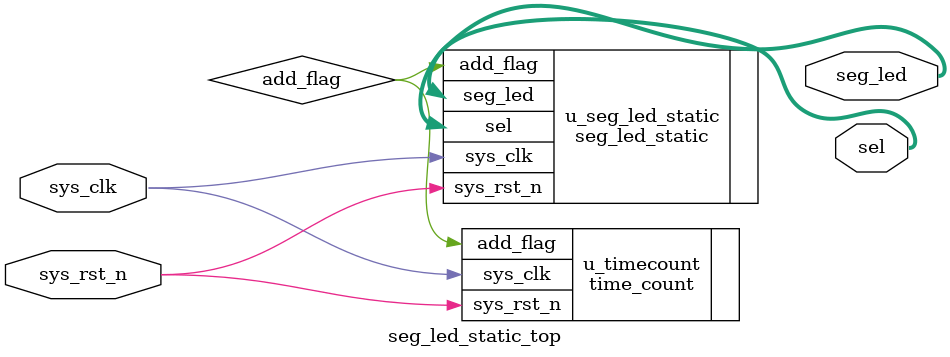
<source format=v>
/*******************************************************************************
@Author: H 
@Associated Filename: seg_led_static_top.v
@Purpose: top module of seg_led_static
@Device: All 
@Version: 1.0
@Data: 2021/09/10 18:06:44

*******************************************************************************/
module seg_led_static_top (
    input sys_clk,
    input sys_rst_n,

    output [5:0] sel,
    output [7:0] seg_led
);
    parameter TIME_SHOW = 25'd25000_000;
    wire add_flag;
    /*******************************************************************************
     *                                 Main Code
    *******************************************************************************/
    
    seg_led_static u_seg_led_static(
        .sys_clk(sys_clk),
        .sys_rst_n(sys_rst_n),

        .sel(sel),
        .seg_led(seg_led),
        .add_flag(add_flag)
    );

    // #(.MAX_NUM(TIME_SHOW)) here is to initialize as TIME_SHOW
    time_count #(.MAX_NUM(TIME_SHOW))
        u_timecount(
            .sys_clk(sys_clk),
            .sys_rst_n(sys_rst_n),

            .add_flag(add_flag)
        );
endmodule
</source>
